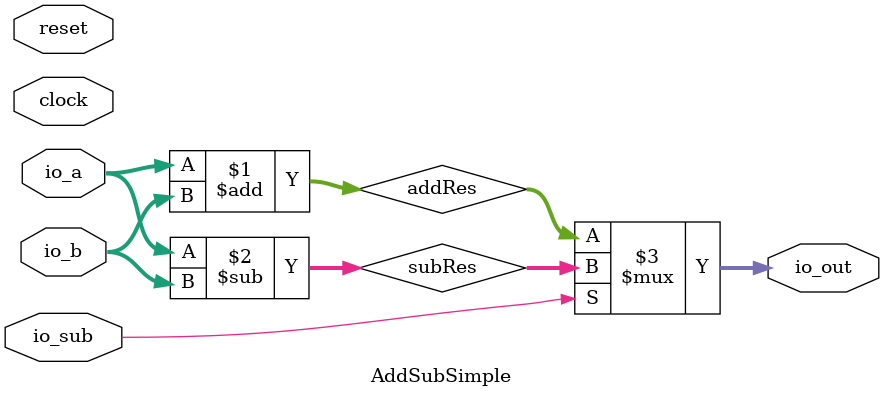
<source format=v>
module AddSubSimple(
  input        clock,
  input        reset,
  input  [7:0] io_a,
  input  [7:0] io_b,
  input        io_sub,
  output [7:0] io_out
);
  wire [7:0] addRes = io_a + io_b;
  wire [7:0] subRes = io_a - io_b;
  assign io_out = io_sub ? subRes : addRes;
endmodule

</source>
